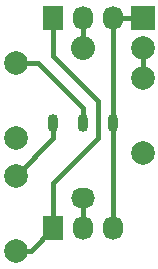
<source format=gbr>
G04 #@! TF.FileFunction,Copper,L2,Bot,Signal*
%FSLAX46Y46*%
G04 Gerber Fmt 4.6, Leading zero omitted, Abs format (unit mm)*
G04 Created by KiCad (PCBNEW (2015-08-15 BZR 6092)-product) date 1/14/2016 9:18:36 PM*
%MOMM*%
G01*
G04 APERTURE LIST*
%ADD10C,0.100000*%
%ADD11R,2.000000X2.000000*%
%ADD12C,2.000000*%
%ADD13C,2.032000*%
%ADD14O,2.032000X1.727200*%
%ADD15O,1.727200X2.032000*%
%ADD16R,1.727200X2.032000*%
%ADD17C,1.998980*%
%ADD18O,0.899160X1.501140*%
%ADD19C,0.406400*%
G04 APERTURE END LIST*
D10*
D11*
X144780000Y-87630000D03*
D12*
X144780000Y-90170000D03*
D13*
X139700000Y-90170000D03*
D14*
X139700000Y-102870000D03*
D15*
X142240000Y-105410000D03*
X139700000Y-105410000D03*
D16*
X137160000Y-105410000D03*
X137160000Y-87630000D03*
D15*
X139700000Y-87630000D03*
X142240000Y-87630000D03*
D17*
X133985000Y-91440000D03*
X133985000Y-97790000D03*
X133985000Y-107315000D03*
X133985000Y-100965000D03*
X144780000Y-99060000D03*
X144780000Y-92710000D03*
D18*
X139700000Y-96520000D03*
X137160000Y-96520000D03*
X142240000Y-96520000D03*
D19*
X142240000Y-96520000D02*
X142240000Y-87630000D01*
X142240000Y-105410000D02*
X142240000Y-96520000D01*
X142240000Y-87630000D02*
X144780000Y-87630000D01*
X144780000Y-92710000D02*
X144780000Y-90170000D01*
X139700000Y-105410000D02*
X139700000Y-102870000D01*
X133985000Y-100965000D02*
X137160000Y-97790000D01*
X137160000Y-97790000D02*
X137160000Y-96520000D01*
X139700000Y-90170000D02*
X139700000Y-87630000D01*
X139700000Y-96520000D02*
X139700000Y-95250000D01*
X135890000Y-91440000D02*
X133985000Y-91440000D01*
X139700000Y-95250000D02*
X135890000Y-91440000D01*
X137160000Y-105410000D02*
X137160000Y-101600000D01*
X137160000Y-90805000D02*
X137160000Y-87630000D01*
X140970000Y-94615000D02*
X137160000Y-90805000D01*
X140970000Y-97790000D02*
X140970000Y-94615000D01*
X137160000Y-101600000D02*
X140970000Y-97790000D01*
X133985000Y-107315000D02*
X135255000Y-107315000D01*
X135255000Y-107315000D02*
X137160000Y-105410000D01*
M02*

</source>
